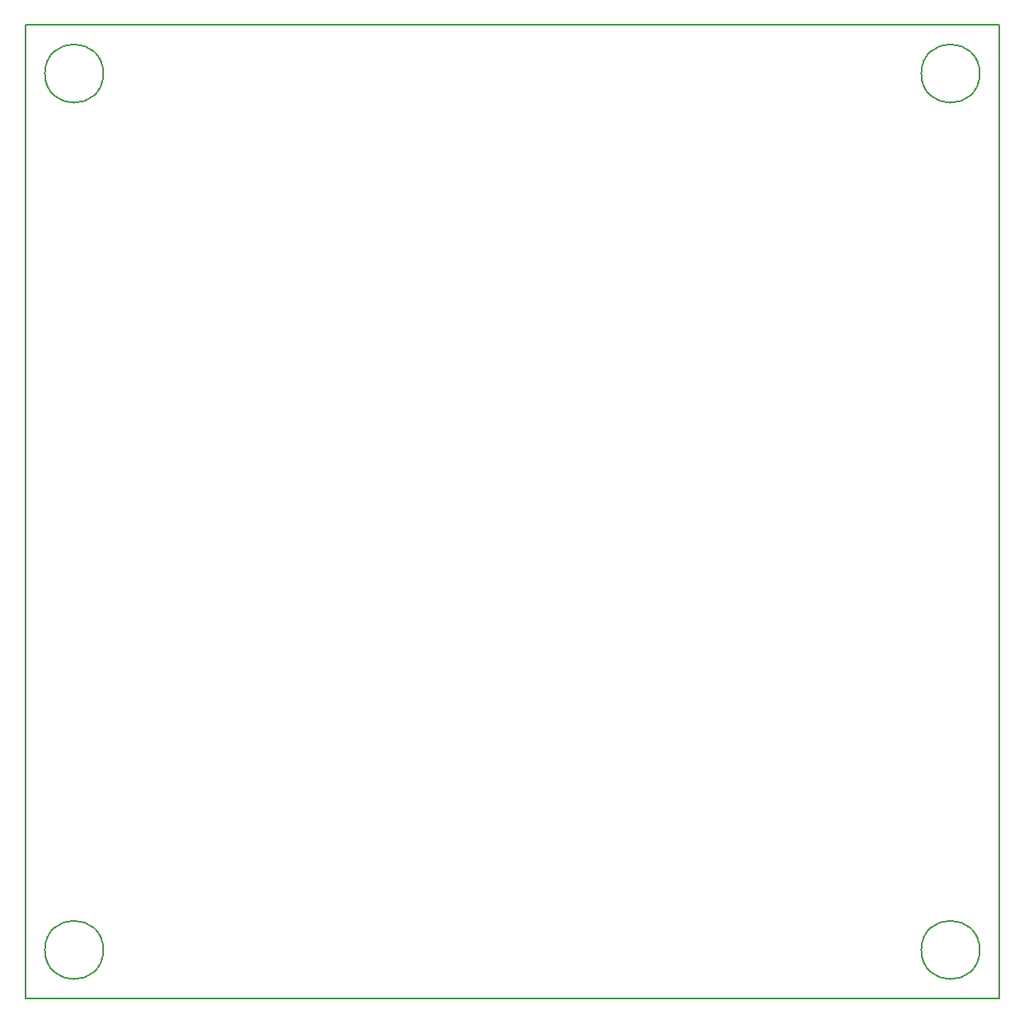
<source format=gko>
%FSLAX24Y24*%
%MOIN*%
G70*
G01*
G75*
G04 Layer_Color=16711935*
%ADD10R,0.0276X0.0354*%
%ADD11R,0.0906X0.0906*%
%ADD12R,0.0354X0.0276*%
%ADD13R,0.0394X0.0433*%
%ADD14R,0.0591X0.0236*%
%ADD15C,0.0787*%
%ADD16C,0.0100*%
%ADD17C,0.0984*%
%ADD18C,0.1575*%
%ADD19C,0.0591*%
%ADD20C,0.1181*%
%ADD21R,0.0591X0.0591*%
%ADD22C,0.0500*%
%ADD23R,0.0906X0.0906*%
%ADD24R,0.0433X0.0394*%
%ADD25R,0.0906X0.0984*%
%ADD26R,0.0453X0.0236*%
%ADD27O,0.0236X0.0866*%
%ADD28C,0.0098*%
%ADD29C,0.0079*%
%ADD30C,0.0394*%
%ADD31C,0.0090*%
%ADD32C,0.0080*%
%ADD33R,0.0356X0.0434*%
%ADD34R,0.0986X0.0986*%
%ADD35R,0.0434X0.0356*%
%ADD36R,0.0474X0.0513*%
%ADD37R,0.0671X0.0316*%
%ADD38C,0.1064*%
%ADD39C,0.1655*%
%ADD40C,0.0671*%
%ADD41C,0.1261*%
%ADD42R,0.0671X0.0671*%
%ADD43C,0.0580*%
%ADD44R,0.0986X0.0986*%
%ADD45R,0.0513X0.0474*%
%ADD46R,0.0986X0.1064*%
%ADD47R,0.0533X0.0316*%
%ADD48O,0.0316X0.0946*%
D29*
X38583Y1969D02*
G03*
X38583Y1969I-1181J0D01*
G01*
X3150D02*
G03*
X3150Y1969I-1181J0D01*
G01*
Y37402D02*
G03*
X3150Y37402I-1181J0D01*
G01*
X38583D02*
G03*
X38583Y37402I-1181J0D01*
G01*
X39370Y0D02*
Y39370D01*
X0D02*
X39370D01*
X0Y0D02*
Y39370D01*
Y0D02*
X39370D01*
M02*

</source>
